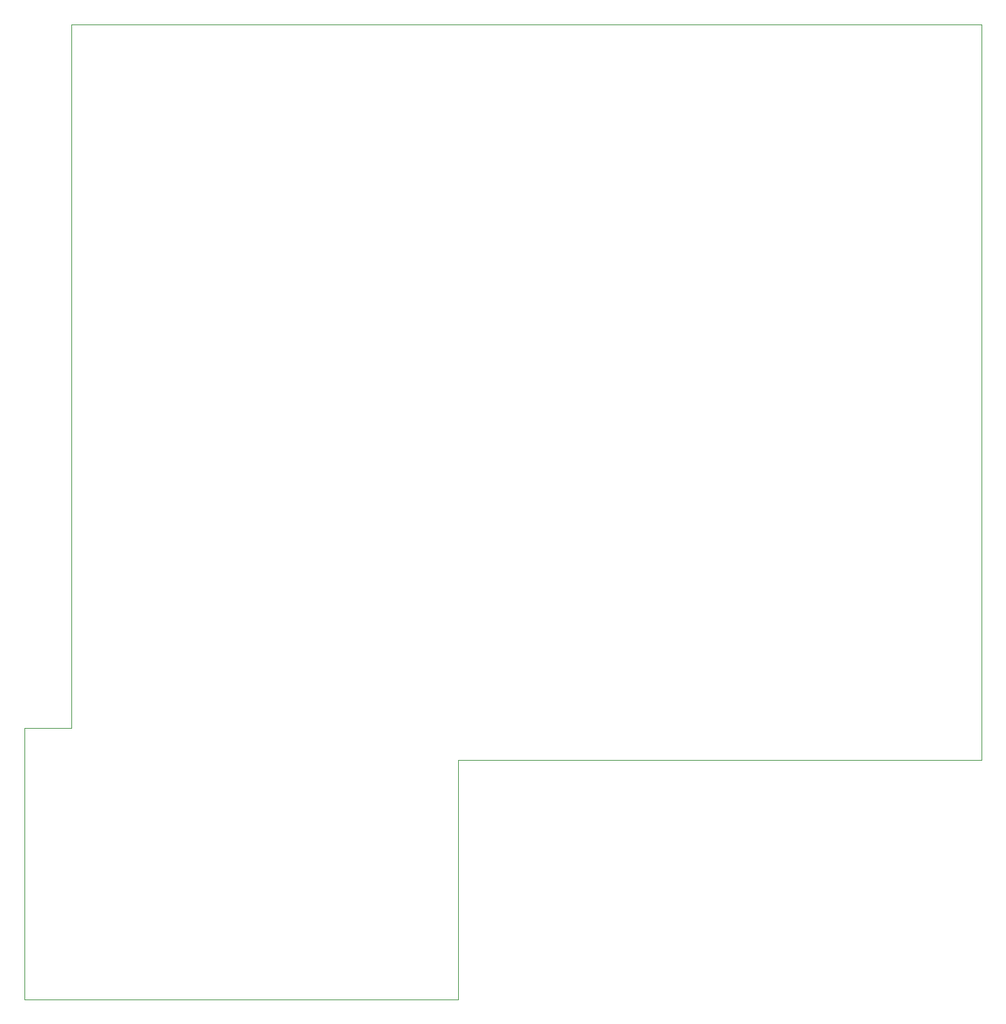
<source format=gbr>
%TF.GenerationSoftware,KiCad,Pcbnew,8.0.4*%
%TF.CreationDate,2024-07-23T17:58:48-07:00*%
%TF.ProjectId,2board_b,32626f61-7264-45f6-922e-6b696361645f,rev?*%
%TF.SameCoordinates,Original*%
%TF.FileFunction,Profile,NP*%
%FSLAX46Y46*%
G04 Gerber Fmt 4.6, Leading zero omitted, Abs format (unit mm)*
G04 Created by KiCad (PCBNEW 8.0.4) date 2024-07-23 17:58:48*
%MOMM*%
%LPD*%
G01*
G04 APERTURE LIST*
%TA.AperFunction,Profile*%
%ADD10C,0.100000*%
%TD*%
G04 APERTURE END LIST*
D10*
X208125000Y-20000000D02*
X208095000Y-111500000D01*
X208095000Y-111500000D02*
X142875000Y-111500000D01*
X94735000Y-107500000D02*
X94735000Y-20000000D01*
X88875000Y-107495000D02*
X94735000Y-107500000D01*
X142875000Y-111500000D02*
X142875000Y-141250000D01*
X142875000Y-141250000D02*
X88875000Y-141250000D01*
X88875000Y-141250000D02*
X88875000Y-107495000D01*
X94735000Y-20000000D02*
X208125000Y-20000000D01*
M02*

</source>
